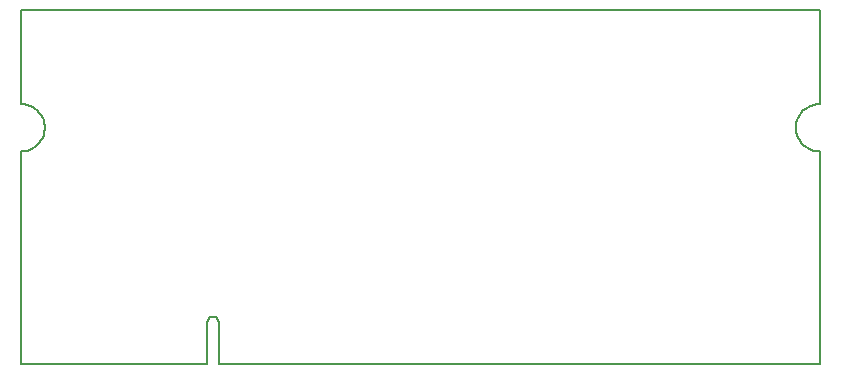
<source format=gm1>
G04*
G04 #@! TF.GenerationSoftware,Altium Limited,Altium Designer,20.0.11 (256)*
G04*
G04 Layer_Color=16711935*
%FSLAX25Y25*%
%MOIN*%
G70*
G01*
G75*
%ADD10C,0.00787*%
D10*
X65945Y13780D02*
X65681Y14764D01*
X64961Y15484D01*
X63976Y15748D01*
X62992Y15484D01*
X62272Y14764D01*
X62008Y13780D01*
X266142Y86614D02*
X265155Y86552D01*
X264183Y86367D01*
X263243Y86061D01*
X262348Y85640D01*
X261513Y85110D01*
X260752Y84480D01*
X260075Y83759D01*
X259493Y82959D01*
X259017Y82093D01*
X258653Y81173D01*
X258407Y80216D01*
X258283Y79235D01*
Y78246D01*
X258407Y77265D01*
X258653Y76307D01*
X259017Y75388D01*
X259493Y74521D01*
X260075Y73721D01*
X260752Y73000D01*
X261513Y72370D01*
X262348Y71840D01*
X263243Y71419D01*
X264183Y71114D01*
X265155Y70928D01*
X266142Y70866D01*
X0D02*
X987Y70928D01*
X1958Y71114D01*
X2899Y71419D01*
X3793Y71840D01*
X4628Y72370D01*
X5390Y73000D01*
X6067Y73721D01*
X6648Y74521D01*
X7125Y75388D01*
X7489Y76307D01*
X7735Y77265D01*
X7858Y78246D01*
Y79235D01*
X7735Y80216D01*
X7489Y81173D01*
X7125Y82093D01*
X6648Y82959D01*
X6067Y83759D01*
X5390Y84480D01*
X4628Y85110D01*
X3793Y85640D01*
X2899Y86061D01*
X1958Y86367D01*
X987Y86552D01*
X0Y86614D01*
X65945Y0D02*
X266142D01*
X65945D02*
Y13780D01*
X62008Y0D02*
Y13780D01*
X266142Y86614D02*
Y118110D01*
Y0D02*
Y70866D01*
X0Y86614D02*
Y118110D01*
X266142D01*
X0Y0D02*
X62008D01*
X0D02*
Y70866D01*
M02*

</source>
